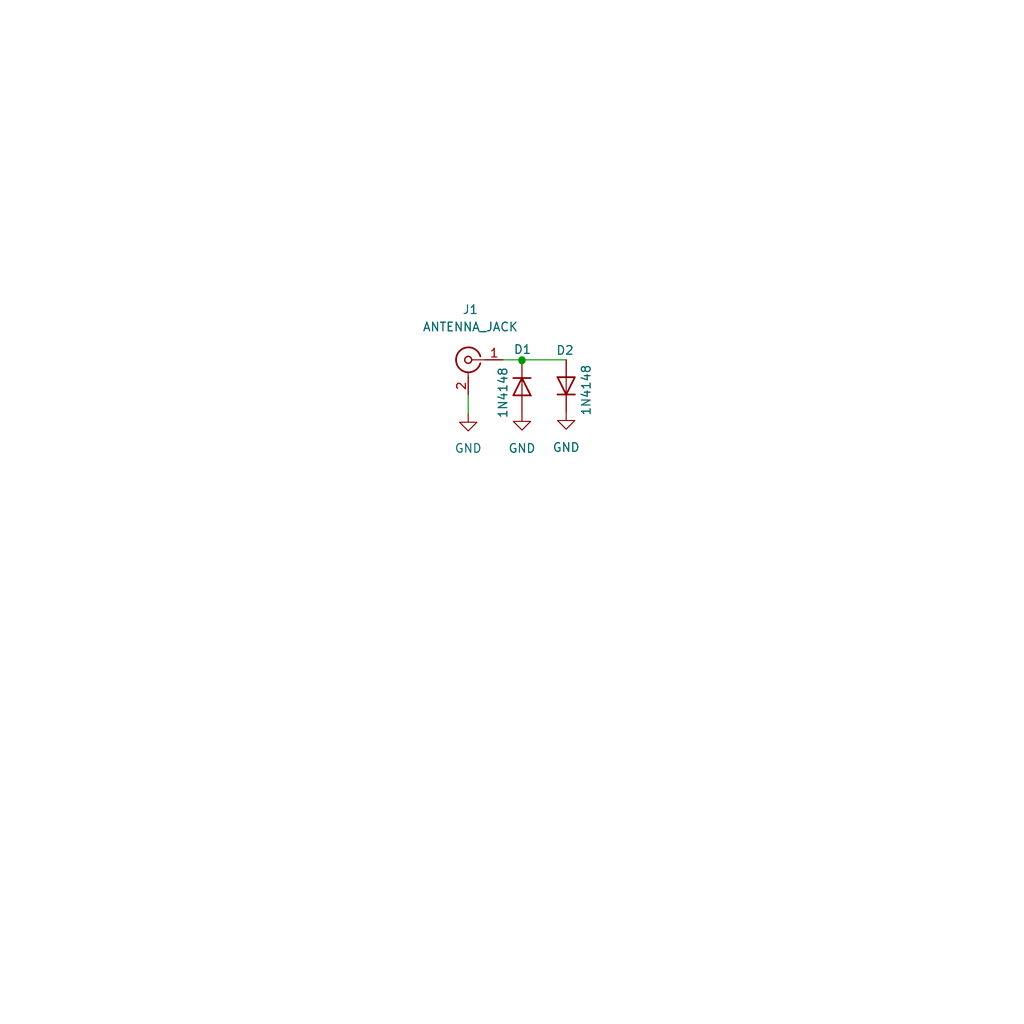
<source format=kicad_sch>
(kicad_sch (version 20211123) (generator eeschema)
  (paper "User" 150.012 150.012)
  (lib_symbols
    (symbol "Connector:Conn_Coaxial" (pin_names (offset 1.016) hide)
      (property "Reference" "J" (at 0.254 3.048 0))
      (property "Value" "Conn_Coaxial" (at 2.921 0 90))
      (symbol "Conn_Coaxial_0_1"
        (arc (start -1.778 -0.508) (mid 0.222 -1.808) (end 1.778 0) (stroke (width 0.254)))
        (polyline (pts (xy -2.54 0) (xy -0.508 0)))
        (polyline (pts (xy 0 -2.54) (xy 0 -1.778)))
        (circle (center 0 0) (radius 0.508) (stroke (width 0.2032)))
        (arc (start 1.778 0) (mid 0.2221 1.8083) (end -1.778 0.508) (stroke (width 0.254)))
      )
      (symbol "Conn_Coaxial_1_1"
        (pin passive line (at -5.08 0 0) (length 2.54) (name "In") (number "1"))
        (pin passive line (at 0 -5.08 90) (length 2.54) (name "Ext") (number "2"))
      )
    )
    (symbol "Diode:1N4148" (pin_numbers hide) (pin_names (offset 1.016) hide)
      (property "Reference" "D" (at 0 2.54 0))
      (property "Value" "1N4148" (at 0 -2.54 0))
      (symbol "1N4148_0_1"
        (polyline (pts (xy -1.27 1.27) (xy -1.27 -1.27)) (stroke (width 0.254)))
        (polyline (pts (xy 1.27 0) (xy -1.27 0)))
        (polyline (pts (xy 1.27 1.27) (xy 1.27 -1.27) (xy -1.27 0) (xy 1.27 1.27)) (stroke (width 0.254)))
      )
      (symbol "1N4148_1_1"
        (pin passive line (at -3.81 0 0) (length 2.54) (name "K") (number "1"))
        (pin passive line (at 3.81 0 180) (length 2.54) (name "A") (number "2"))
      )
    )
    (symbol "power:GND" (power) (pin_names (offset 0))
      (property "Value" "GND" (at 0 -3.81 0))
      (symbol "GND_0_1"
        (polyline (pts (xy 0 0) (xy 0 -1.27) (xy 1.27 -1.27) (xy 0 -2.54) (xy -1.27 -1.27) (xy 0 -1.27)))
      )
      (symbol "GND_1_1"
        (pin power_in line (at 0 0 270) (length 0) hide (name "GND") (number "1"))
      )
    )
  )
  (junction (at 76.454 52.705))
  (junction (at 76.454 52.832))
  (wire (pts (xy 68.58 57.785) (xy 68.58 60.579)))
  (wire (pts (xy 76.454 52.705) (xy 76.454 52.832)))
  (wire (pts (xy 73.66 52.705) (xy 76.454 52.705)))
  (wire (pts (xy 76.454 52.705) (xy 82.931 52.705)))
  (symbol (lib_id "Connector:Conn_Coaxial") (at 68.58 52.705 0) (mirror y) (unit 1)
    (property "Reference" "J1" (at 68.8974 45.339 0))
    (property "Value" "ANTENNA_JACK" (at 68.8974 47.879 0))
    (property "Datasheet" " ~" (effects hide))
  )
  (symbol (lib_id "Diode:1N4148") (at 76.454 56.642 270) (unit 1)
    (property "Reference" "D1" (at 75.184 51.181 90) (effects (justify left)))
    (property "Value" "1N4148" (at 73.66 53.721 0) (effects (justify left)))
    (property "Footprint" "Diode_THT:D_DO-35_SOD27_P7.62mm_Horizontal" (effects hide))
    (property "Datasheet" "https://assets.nexperia.com/documents/data-sheet/1N4148_1N4448.pdf" (effects hide))
  )
  (symbol (lib_id "Diode:1N4148") (at 82.931 56.515 90) (unit 1)
    (property "Reference" "D2" (at 81.407 51.308 90) (effects (justify right)))
    (property "Value" "1N4148" (at 85.852 53.34 0) (effects (justify right)))
    (property "Footprint" "Diode_THT:D_DO-35_SOD27_P7.62mm_Horizontal" (effects hide))
    (property "Datasheet" "https://assets.nexperia.com/documents/data-sheet/1N4148_1N4448.pdf" (effects hide))
  )
  (symbol (lib_id "power:GND") (at 76.454 60.452 0) (unit 1)
    (property "Reference" "#PWR?" (effects hide))
    (property "Value" "GND" (at 76.454 65.659 0))
  )
  (symbol (lib_id "power:GND") (at 68.58 60.579 0) (unit 1)
    (property "Reference" "#PWR?" (effects hide))
    (property "Value" "GND" (at 68.58 65.659 0))
  )
  (symbol (lib_id "power:GND") (at 82.931 60.325 0) (unit 1)
    (property "Reference" "#PWR?" (effects hide))
    (property "Value" "GND" (at 82.931 65.532 0))
  )
)
</source>
